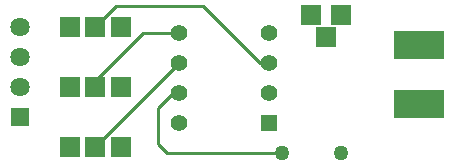
<source format=gtl>
G04 ---------------------------- Layer name :TOP LAYER*
G04 easyEDA 0.1*
G04 Scale: 100 percent, Rotated: No, Reflected: No *
G04 Dimensions in inches *
G04 leading zeros omitted , absolute positions ,2 integer and 4 * 
%FSLAX24Y24*%
%MOIN*%
G90*
G70D02*

%ADD10C,0.010000*%
%ADD11C,0.050000*%
%ADD13R,0.055000X0.055000*%
%ADD14C,0.055000*%
%ADD16R,0.066000X0.066000*%
%ADD17R,0.064300X0.064300*%
%ADD18C,0.064300*%
%ADD20R,0.168700X0.093700*%

%LPD*%
%LNVIA PAD TRACK COPPERAREA*%
G54D10*
G01X9200Y11700D02*
G01X8900Y11700D01*
G01X7000Y13600D01*
G01X4100Y13600D01*
G01X3400Y12900D01*
G01X6200Y12700D02*
G01X5000Y12700D01*
G01X3300Y11000D01*
G01X3400Y10900D01*
G01X6200Y11700D02*
G01X3400Y8900D01*
G01X6200Y10700D02*
G01X6000Y10700D01*
G01X5500Y10200D01*
G01X5500Y9000D01*
G01X5800Y8700D01*
G01X9619Y8700D01*
G54D11*
G01X11580Y8700D03*
G01X9619Y8700D03*
G54D13*
G01X9200Y9700D03*
G54D14*
G01X9200Y10700D03*
G01X9200Y11700D03*
G01X9200Y12700D03*
G01X6200Y12700D03*
G01X6200Y11700D03*
G01X6200Y10700D03*
G01X6200Y9700D03*
G54D16*
G01X4250Y10900D03*
G01X3400Y10900D03*
G01X2550Y10900D03*
G01X4250Y8900D03*
G01X3400Y8900D03*
G01X2550Y8900D03*
G01X4250Y12900D03*
G01X3400Y12900D03*
G01X2550Y12900D03*
G54D17*
G01X900Y9900D03*
G54D18*
G01X900Y10900D03*
G01X900Y11900D03*
G01X900Y12900D03*
G54D20*
G01X14180Y12280D03*
G01X14180Y10319D03*
G54D16*
G01X11600Y13300D03*
G01X11100Y12550D03*
G01X10600Y13300D03*
G54D11*
G01X11580Y8700D03*
G01X9619Y8700D03*
G54D13*
G01X9200Y9700D03*
G54D14*
G01X9200Y10700D03*
G01X9200Y11700D03*
G01X9200Y12700D03*
G01X6200Y12700D03*
G01X6200Y11700D03*
G01X6200Y10700D03*
G01X6200Y9700D03*
G54D16*
G01X4250Y10900D03*
G01X3400Y10900D03*
G01X2550Y10900D03*
G01X4250Y8900D03*
G01X3400Y8900D03*
G01X2550Y8900D03*
G01X4250Y12900D03*
G01X3400Y12900D03*
G01X2550Y12900D03*
G54D17*
G01X900Y9900D03*
G54D18*
G01X900Y10900D03*
G01X900Y11900D03*
G01X900Y12900D03*
G54D20*
G01X14180Y12280D03*
G01X14180Y10319D03*
G54D16*
G01X11600Y13300D03*
G01X11100Y12550D03*
G01X10600Y13300D03*

M00*
M02*
</source>
